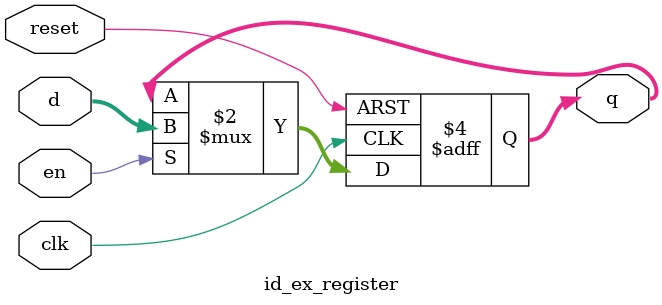
<source format=v>
`timescale 1ns/1ps

module id_ex_register (
    input wire clk,
    input wire reset,
    input wire en,
    input wire [229:0] d,
    output reg [229:0] q
);
    
    always @(posedge clk or posedge reset) begin
        if (reset)
            q <= {230{1'b0}};
        else if (en)
            q <= d;
    end
    
endmodule

</source>
